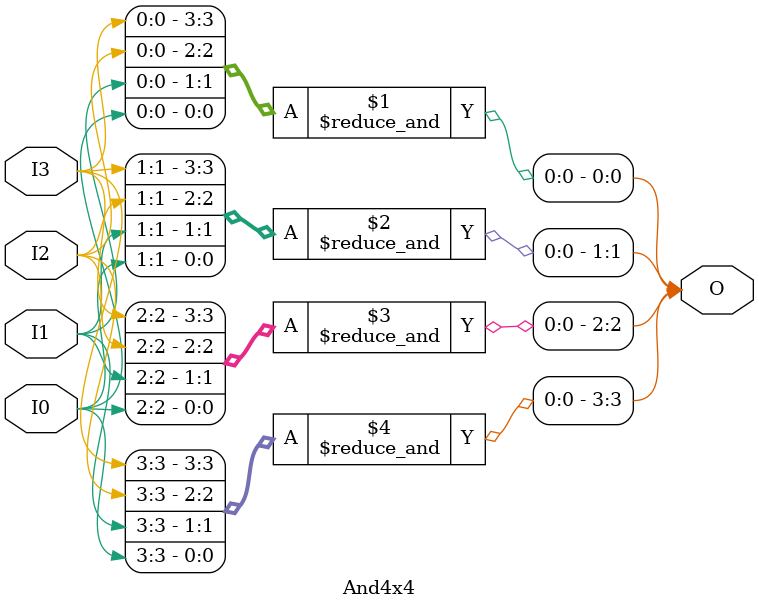
<source format=v>
module And4x4 (input [3:0] I0, input [3:0] I1, input [3:0] I2, input [3:0] I3, output [3:0] O);
assign O = {& ({I3[3],I2[3],I1[3],I0[3]}),& ({I3[2],I2[2],I1[2],I0[2]}),& ({I3[1],I2[1],I1[1],I0[1]}),& ({I3[0],I2[0],I1[0],I0[0]})};
endmodule


</source>
